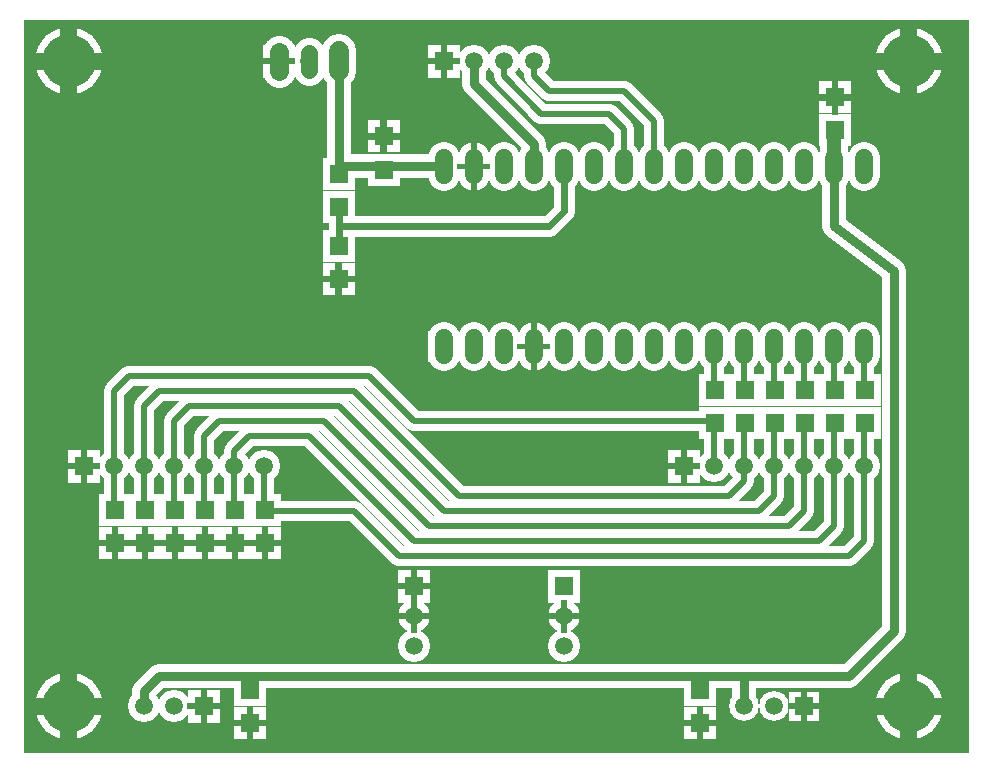
<source format=gbr>
%FSLAX34Y34*%
%MOMM*%
%LNCOPPER_TOP*%
G71*
G01*
%ADD10C, 2.720*%
%ADD11C, 2.520*%
%ADD12C, 1.700*%
%ADD13C, 2.600*%
%ADD14C, 2.700*%
%ADD15R, 2.800X2.800*%
%ADD16C, 2.000*%
%ADD17C, 2.900*%
%ADD18C, 2.600*%
%ADD19C, 2.800*%
%ADD20C, 5.700*%
%ADD21C, 2.400*%
%ADD22C, 1.800*%
%ADD23C, 0.507*%
%ADD24C, 0.500*%
%ADD25C, 0.533*%
%ADD26C, 1.500*%
%ADD27C, 1.520*%
%ADD28C, 1.400*%
%ADD29R, 1.600X1.600*%
%ADD30C, 0.800*%
%ADD31C, 1.400*%
%ADD32C, 1.600*%
%ADD33C, 4.500*%
%ADD34C, 1.200*%
%ADD35C, 0.600*%
%LPD*%
G36*
X0Y1000000D02*
X800000Y1000000D01*
X800000Y380000D01*
X0Y380000D01*
X0Y1000000D01*
G37*
%LPC*%
G36*
X342000Y978800D02*
X369200Y978800D01*
X369200Y951600D01*
X342000Y951600D01*
X342000Y978800D01*
G37*
X381000Y965200D02*
G54D10*
D03*
X406400Y965200D02*
G54D10*
D03*
X431800Y965200D02*
G54D10*
D03*
G36*
X37200Y635900D02*
X64400Y635900D01*
X64400Y608700D01*
X37200Y608700D01*
X37200Y635900D01*
G37*
X76200Y622300D02*
G54D10*
D03*
X101600Y622300D02*
G54D10*
D03*
X127000Y622300D02*
G54D10*
D03*
X152400Y622300D02*
G54D10*
D03*
X177800Y622300D02*
G54D10*
D03*
X203200Y622300D02*
G54D10*
D03*
G36*
X545200Y635900D02*
X572400Y635900D01*
X572400Y608700D01*
X545200Y608700D01*
X545200Y635900D01*
G37*
X584200Y622300D02*
G54D10*
D03*
X609600Y622300D02*
G54D10*
D03*
X635000Y622300D02*
G54D10*
D03*
X660400Y622300D02*
G54D10*
D03*
X685800Y622300D02*
G54D10*
D03*
X711200Y622300D02*
G54D10*
D03*
G36*
X673000Y406500D02*
X647800Y406500D01*
X647800Y431700D01*
X673000Y431700D01*
X673000Y406500D01*
G37*
X635000Y419100D02*
G54D11*
D03*
X609600Y419100D02*
G54D11*
D03*
G36*
X166000Y405500D02*
X138800Y405500D01*
X138800Y432700D01*
X166000Y432700D01*
X166000Y405500D01*
G37*
X127000Y419100D02*
G54D10*
D03*
X101600Y419100D02*
G54D10*
D03*
G54D12*
X203200Y584200D02*
X279400Y584200D01*
X317500Y546100D01*
X698500Y546100D01*
X711200Y558800D01*
X711200Y622300D01*
G54D12*
X685800Y622300D02*
X685800Y571500D01*
X673100Y558800D01*
X330200Y558800D01*
X241300Y647700D01*
X190500Y647700D01*
X177800Y635000D01*
X177800Y622300D01*
G54D12*
X152400Y622300D02*
X152400Y647700D01*
X165100Y660400D01*
X254000Y660400D01*
X342900Y571500D01*
X647700Y571500D01*
X660400Y584200D01*
X660400Y622300D01*
G54D12*
X127000Y622300D02*
X127000Y660400D01*
X139700Y673100D01*
X266700Y673100D01*
X355600Y584200D01*
X622300Y584200D01*
X635000Y596900D01*
X635000Y622300D01*
G54D12*
X101600Y622300D02*
X101600Y673100D01*
X114300Y685800D01*
X279400Y685800D01*
X368300Y596900D01*
X596900Y596900D01*
X609600Y609600D01*
X609600Y622300D01*
G54D12*
X76200Y622300D02*
X76200Y685800D01*
X88900Y698500D01*
X292100Y698500D01*
X330200Y660400D01*
X584200Y660400D01*
G36*
X342600Y736900D02*
X368600Y736900D01*
X368600Y710900D01*
X342600Y710900D01*
X342600Y736900D01*
G37*
X381000Y723900D02*
G54D13*
D03*
X406400Y723900D02*
G54D13*
D03*
X431800Y723900D02*
G54D13*
D03*
X457200Y723900D02*
G54D13*
D03*
X482600Y723900D02*
G54D13*
D03*
X508000Y723900D02*
G54D13*
D03*
X533400Y723900D02*
G54D13*
D03*
X558800Y723900D02*
G54D13*
D03*
X584200Y723900D02*
G54D13*
D03*
X609600Y723900D02*
G54D13*
D03*
X635000Y723900D02*
G54D13*
D03*
X660400Y723900D02*
G54D13*
D03*
X685800Y723900D02*
G54D13*
D03*
X711200Y723900D02*
G54D13*
D03*
X711200Y876300D02*
G54D13*
D03*
X685800Y876300D02*
G54D13*
D03*
X660400Y876300D02*
G54D13*
D03*
X635000Y876300D02*
G54D13*
D03*
X609600Y876300D02*
G54D13*
D03*
X584200Y876300D02*
G54D13*
D03*
X558800Y876300D02*
G54D13*
D03*
X533400Y876300D02*
G54D13*
D03*
X508000Y876300D02*
G54D13*
D03*
X482600Y876300D02*
G54D13*
D03*
X457200Y876300D02*
G54D13*
D03*
X431800Y876300D02*
G54D13*
D03*
X406400Y876300D02*
G54D13*
D03*
X381000Y876300D02*
G54D13*
D03*
X355600Y876300D02*
G54D13*
D03*
G54D14*
X355600Y883800D02*
X355600Y868800D01*
G54D14*
X381000Y883800D02*
X381000Y868800D01*
G54D14*
X406400Y883800D02*
X406400Y868800D01*
G54D14*
X431800Y883800D02*
X431800Y868800D01*
G54D14*
X457200Y883800D02*
X457200Y868800D01*
G54D14*
X482600Y883800D02*
X482600Y868800D01*
G54D14*
X508000Y883800D02*
X508000Y868800D01*
G54D14*
X533400Y883800D02*
X533400Y868800D01*
G54D14*
X558800Y883800D02*
X558800Y868800D01*
G54D14*
X584200Y883800D02*
X584200Y868800D01*
G54D14*
X609600Y883800D02*
X609600Y868800D01*
G54D14*
X635000Y883800D02*
X635000Y868800D01*
G54D14*
X660400Y883800D02*
X660400Y868800D01*
G54D14*
X685800Y883800D02*
X685800Y868800D01*
G54D14*
X711200Y883800D02*
X711200Y868800D01*
G54D14*
X711200Y731400D02*
X711200Y716400D01*
G54D14*
X685800Y731400D02*
X685800Y716400D01*
G54D14*
X660400Y731400D02*
X660400Y716400D01*
G54D14*
X635000Y731400D02*
X635000Y716400D01*
G54D14*
X609600Y731400D02*
X609600Y716400D01*
G54D14*
X584200Y731400D02*
X584200Y716400D01*
G54D14*
X558800Y731400D02*
X558800Y716400D01*
G54D14*
X533400Y731400D02*
X533400Y716400D01*
G54D14*
X508000Y731400D02*
X508000Y716400D01*
G54D14*
X482600Y731400D02*
X482600Y716400D01*
G54D14*
X457200Y731400D02*
X457200Y716400D01*
G54D14*
X431800Y731400D02*
X431800Y716400D01*
G54D14*
X406400Y731400D02*
X406400Y716400D01*
G54D14*
X381000Y731400D02*
X381000Y716400D01*
G54D14*
X355600Y731400D02*
X355600Y716400D01*
X585500Y687100D02*
G54D15*
D03*
X585500Y659100D02*
G54D15*
D03*
X610900Y687100D02*
G54D15*
D03*
X610900Y659100D02*
G54D15*
D03*
X636300Y687100D02*
G54D15*
D03*
X636300Y659100D02*
G54D15*
D03*
X661700Y687100D02*
G54D15*
D03*
X661700Y659100D02*
G54D15*
D03*
X687100Y687100D02*
G54D15*
D03*
X687100Y659100D02*
G54D15*
D03*
X712500Y687100D02*
G54D15*
D03*
X712500Y659100D02*
G54D15*
D03*
X77500Y585500D02*
G54D15*
D03*
X77500Y557500D02*
G54D15*
D03*
X102900Y585500D02*
G54D15*
D03*
X102900Y557500D02*
G54D15*
D03*
X128300Y585500D02*
G54D15*
D03*
X128300Y557500D02*
G54D15*
D03*
X153700Y585500D02*
G54D15*
D03*
X153700Y557500D02*
G54D15*
D03*
X179100Y585500D02*
G54D15*
D03*
X179100Y557500D02*
G54D15*
D03*
X204500Y585500D02*
G54D15*
D03*
X204500Y557500D02*
G54D15*
D03*
G54D12*
X711200Y622300D02*
X711200Y660400D01*
G54D12*
X685800Y622300D02*
X685800Y660400D01*
G54D12*
X660400Y622300D02*
X660400Y660400D01*
G54D12*
X635000Y622300D02*
X635000Y660400D01*
G54D12*
X609600Y622300D02*
X609600Y660400D01*
G54D12*
X584200Y622300D02*
X584200Y660400D01*
G54D12*
X584200Y685800D02*
X584200Y723900D01*
G54D12*
X609600Y685800D02*
X609600Y723900D01*
G54D12*
X635000Y685800D02*
X635000Y723900D01*
G54D12*
X660400Y685800D02*
X660400Y723900D01*
G54D12*
X685800Y685800D02*
X685800Y723900D01*
G54D12*
X711200Y685800D02*
X711200Y723900D01*
G54D12*
X76200Y622300D02*
X76200Y584200D01*
G54D12*
X101600Y622300D02*
X101600Y584200D01*
G54D12*
X127000Y622300D02*
X127000Y584200D01*
G54D12*
X152400Y622300D02*
X152400Y584200D01*
G54D12*
X177800Y622300D02*
X177800Y584200D01*
G54D12*
X203200Y622300D02*
X203200Y584200D01*
G36*
X343800Y534300D02*
X343800Y507100D01*
X316600Y507100D01*
X316600Y534300D01*
X343800Y534300D01*
G37*
X330200Y495300D02*
G54D10*
D03*
X330200Y469900D02*
G54D10*
D03*
G36*
X470800Y534300D02*
X470800Y507100D01*
X443600Y507100D01*
X443600Y534300D01*
X470800Y534300D01*
G37*
X457200Y495300D02*
G54D10*
D03*
X457200Y469900D02*
G54D10*
D03*
G54D16*
X685800Y876300D02*
X685800Y825500D01*
X736600Y787400D01*
X736600Y482600D01*
X698500Y444500D01*
X114300Y444500D01*
X101600Y431800D01*
X101600Y419100D01*
G54D16*
X381000Y965200D02*
X381000Y946150D01*
X431800Y895350D01*
X431800Y876300D01*
G54D12*
X406400Y965200D02*
X406400Y952500D01*
X438150Y920750D01*
X495300Y920750D01*
X508000Y908050D01*
X508000Y876300D01*
G54D12*
X431800Y965200D02*
X431800Y952500D01*
X444500Y939800D01*
X508000Y939800D01*
X533400Y914400D01*
X533400Y876300D01*
G36*
X202300Y978800D02*
X229500Y978800D01*
X229500Y951600D01*
X202300Y951600D01*
X202300Y978800D01*
G37*
X241300Y965200D02*
G54D10*
D03*
X266700Y965200D02*
G54D10*
D03*
G54D16*
X355600Y876300D02*
X266700Y876300D01*
X266700Y952500D01*
G54D17*
X266700Y973700D02*
X266700Y956700D01*
G54D18*
X241300Y972200D02*
X241300Y958200D01*
G54D19*
X215900Y973200D02*
X215900Y957200D01*
X38100Y419100D02*
G54D20*
D03*
X749300Y419100D02*
G54D20*
D03*
X749300Y965200D02*
G54D20*
D03*
X38100Y965200D02*
G54D20*
D03*
G54D16*
X609600Y419100D02*
X609600Y444500D01*
X191800Y405100D02*
G54D15*
D03*
X191800Y433100D02*
G54D15*
D03*
X304800Y901700D02*
G54D15*
D03*
X304800Y873700D02*
G54D15*
D03*
X572800Y405100D02*
G54D15*
D03*
X572800Y433100D02*
G54D15*
D03*
X687100Y934750D02*
G54D15*
D03*
X687100Y906750D02*
G54D15*
D03*
G54D21*
X685800Y876300D02*
X685800Y908050D01*
X266700Y781050D02*
G54D15*
D03*
X266700Y809050D02*
G54D15*
D03*
X266700Y869950D02*
G54D15*
D03*
X266700Y841950D02*
G54D15*
D03*
G54D22*
X457200Y876300D02*
X457200Y838200D01*
X444500Y825500D01*
X266700Y825500D01*
G54D22*
X266700Y812800D02*
X266700Y838200D01*
%LPD*%
G54D23*
G36*
X353067Y965200D02*
X353067Y979300D01*
X358133Y979300D01*
X358133Y965200D01*
X353067Y965200D01*
G37*
G36*
X355600Y967733D02*
X369700Y967733D01*
X369700Y962667D01*
X355600Y962667D01*
X355600Y967733D01*
G37*
G36*
X358133Y965200D02*
X358133Y951100D01*
X353067Y951100D01*
X353067Y965200D01*
X358133Y965200D01*
G37*
G36*
X355600Y962667D02*
X341500Y962667D01*
X341500Y967733D01*
X355600Y967733D01*
X355600Y962667D01*
G37*
G54D23*
G36*
X48267Y622300D02*
X48267Y636400D01*
X53333Y636400D01*
X53333Y622300D01*
X48267Y622300D01*
G37*
G36*
X50800Y624833D02*
X64900Y624833D01*
X64900Y619767D01*
X50800Y619767D01*
X50800Y624833D01*
G37*
G36*
X53333Y622300D02*
X53333Y608200D01*
X48267Y608200D01*
X48267Y622300D01*
X53333Y622300D01*
G37*
G36*
X50800Y619767D02*
X36700Y619767D01*
X36700Y624833D01*
X50800Y624833D01*
X50800Y619767D01*
G37*
G54D23*
G36*
X556267Y622300D02*
X556267Y636400D01*
X561333Y636400D01*
X561333Y622300D01*
X556267Y622300D01*
G37*
G36*
X558800Y624833D02*
X572900Y624833D01*
X572900Y619767D01*
X558800Y619767D01*
X558800Y624833D01*
G37*
G36*
X561333Y622300D02*
X561333Y608200D01*
X556267Y608200D01*
X556267Y622300D01*
X561333Y622300D01*
G37*
G36*
X558800Y619767D02*
X544700Y619767D01*
X544700Y624833D01*
X558800Y624833D01*
X558800Y619767D01*
G37*
G54D23*
G36*
X662933Y419100D02*
X662933Y406000D01*
X657867Y406000D01*
X657867Y419100D01*
X662933Y419100D01*
G37*
G36*
X660400Y416567D02*
X647300Y416567D01*
X647300Y421633D01*
X660400Y421633D01*
X660400Y416567D01*
G37*
G36*
X657867Y419100D02*
X657867Y432200D01*
X662933Y432200D01*
X662933Y419100D01*
X657867Y419100D01*
G37*
G36*
X660400Y421633D02*
X673500Y421633D01*
X673500Y416567D01*
X660400Y416567D01*
X660400Y421633D01*
G37*
G54D23*
G36*
X154933Y419100D02*
X154933Y405000D01*
X149867Y405000D01*
X149867Y419100D01*
X154933Y419100D01*
G37*
G36*
X152400Y416567D02*
X138300Y416567D01*
X138300Y421633D01*
X152400Y421633D01*
X152400Y416567D01*
G37*
G36*
X149867Y419100D02*
X149867Y433200D01*
X154933Y433200D01*
X154933Y419100D01*
X149867Y419100D01*
G37*
G36*
X152400Y421633D02*
X166500Y421633D01*
X166500Y416567D01*
X152400Y416567D01*
X152400Y421633D01*
G37*
G54D24*
G36*
X378500Y876300D02*
X378500Y897800D01*
X383500Y897800D01*
X383500Y876300D01*
X378500Y876300D01*
G37*
G36*
X381000Y878800D02*
X395000Y878800D01*
X395000Y873800D01*
X381000Y873800D01*
X381000Y878800D01*
G37*
G36*
X383500Y876300D02*
X383500Y854800D01*
X378500Y854800D01*
X378500Y876300D01*
X383500Y876300D01*
G37*
G36*
X381000Y873800D02*
X367000Y873800D01*
X367000Y878800D01*
X381000Y878800D01*
X381000Y873800D01*
G37*
G54D24*
G36*
X429300Y723900D02*
X429300Y745400D01*
X434300Y745400D01*
X434300Y723900D01*
X429300Y723900D01*
G37*
G36*
X431800Y726400D02*
X445800Y726400D01*
X445800Y721400D01*
X431800Y721400D01*
X431800Y726400D01*
G37*
G36*
X434300Y723900D02*
X434300Y702400D01*
X429300Y702400D01*
X429300Y723900D01*
X434300Y723900D01*
G37*
G36*
X431800Y721400D02*
X417800Y721400D01*
X417800Y726400D01*
X431800Y726400D01*
X431800Y721400D01*
G37*
G54D25*
G36*
X77500Y560166D02*
X92000Y560166D01*
X92000Y554834D01*
X77500Y554834D01*
X77500Y560166D01*
G37*
G36*
X80166Y557500D02*
X80166Y543000D01*
X74834Y543000D01*
X74834Y557500D01*
X80166Y557500D01*
G37*
G36*
X77500Y554834D02*
X63000Y554834D01*
X63000Y560166D01*
X77500Y560166D01*
X77500Y554834D01*
G37*
G36*
X74834Y557500D02*
X74834Y572000D01*
X80166Y572000D01*
X80166Y557500D01*
X74834Y557500D01*
G37*
G54D25*
G36*
X102900Y560166D02*
X117400Y560166D01*
X117400Y554834D01*
X102900Y554834D01*
X102900Y560166D01*
G37*
G36*
X105566Y557500D02*
X105566Y543000D01*
X100234Y543000D01*
X100234Y557500D01*
X105566Y557500D01*
G37*
G36*
X102900Y554834D02*
X88400Y554834D01*
X88400Y560166D01*
X102900Y560166D01*
X102900Y554834D01*
G37*
G36*
X100234Y557500D02*
X100234Y572000D01*
X105566Y572000D01*
X105566Y557500D01*
X100234Y557500D01*
G37*
G54D25*
G36*
X128300Y560166D02*
X142800Y560166D01*
X142800Y554834D01*
X128300Y554834D01*
X128300Y560166D01*
G37*
G36*
X130966Y557500D02*
X130966Y543000D01*
X125634Y543000D01*
X125634Y557500D01*
X130966Y557500D01*
G37*
G36*
X128300Y554834D02*
X113800Y554834D01*
X113800Y560166D01*
X128300Y560166D01*
X128300Y554834D01*
G37*
G36*
X125634Y557500D02*
X125634Y572000D01*
X130966Y572000D01*
X130966Y557500D01*
X125634Y557500D01*
G37*
G54D25*
G36*
X153700Y560166D02*
X168200Y560166D01*
X168200Y554834D01*
X153700Y554834D01*
X153700Y560166D01*
G37*
G36*
X156366Y557500D02*
X156366Y543000D01*
X151034Y543000D01*
X151034Y557500D01*
X156366Y557500D01*
G37*
G36*
X153700Y554834D02*
X139200Y554834D01*
X139200Y560166D01*
X153700Y560166D01*
X153700Y554834D01*
G37*
G36*
X151034Y557500D02*
X151034Y572000D01*
X156366Y572000D01*
X156366Y557500D01*
X151034Y557500D01*
G37*
G54D25*
G36*
X179100Y560166D02*
X193600Y560166D01*
X193600Y554834D01*
X179100Y554834D01*
X179100Y560166D01*
G37*
G36*
X181766Y557500D02*
X181766Y543000D01*
X176434Y543000D01*
X176434Y557500D01*
X181766Y557500D01*
G37*
G36*
X179100Y554834D02*
X164600Y554834D01*
X164600Y560166D01*
X179100Y560166D01*
X179100Y554834D01*
G37*
G36*
X176434Y557500D02*
X176434Y572000D01*
X181766Y572000D01*
X181766Y557500D01*
X176434Y557500D01*
G37*
G54D25*
G36*
X204500Y560166D02*
X219000Y560166D01*
X219000Y554834D01*
X204500Y554834D01*
X204500Y560166D01*
G37*
G36*
X207166Y557500D02*
X207166Y543000D01*
X201834Y543000D01*
X201834Y557500D01*
X207166Y557500D01*
G37*
G36*
X204500Y554834D02*
X190000Y554834D01*
X190000Y560166D01*
X204500Y560166D01*
X204500Y554834D01*
G37*
G36*
X201834Y557500D02*
X201834Y572000D01*
X207166Y572000D01*
X207166Y557500D01*
X201834Y557500D01*
G37*
G54D23*
G36*
X330200Y523233D02*
X344300Y523233D01*
X344300Y518167D01*
X330200Y518167D01*
X330200Y523233D01*
G37*
G36*
X332733Y520700D02*
X332733Y506600D01*
X327667Y506600D01*
X327667Y520700D01*
X332733Y520700D01*
G37*
G36*
X330200Y518167D02*
X316100Y518167D01*
X316100Y523233D01*
X330200Y523233D01*
X330200Y518167D01*
G37*
G36*
X327667Y520700D02*
X327667Y534800D01*
X332733Y534800D01*
X332733Y520700D01*
X327667Y520700D01*
G37*
G54D23*
G36*
X330200Y497833D02*
X344300Y497833D01*
X344300Y492767D01*
X330200Y492767D01*
X330200Y497833D01*
G37*
G36*
X332733Y495300D02*
X332733Y481200D01*
X327667Y481200D01*
X327667Y495300D01*
X332733Y495300D01*
G37*
G36*
X330200Y492767D02*
X316100Y492767D01*
X316100Y497833D01*
X330200Y497833D01*
X330200Y492767D01*
G37*
G36*
X327667Y495300D02*
X327667Y509400D01*
X332733Y509400D01*
X332733Y495300D01*
X327667Y495300D01*
G37*
G54D23*
G36*
X457200Y497833D02*
X471300Y497833D01*
X471300Y492767D01*
X457200Y492767D01*
X457200Y497833D01*
G37*
G36*
X459733Y495300D02*
X459733Y481200D01*
X454667Y481200D01*
X454667Y495300D01*
X459733Y495300D01*
G37*
G36*
X457200Y492767D02*
X443100Y492767D01*
X443100Y497833D01*
X457200Y497833D01*
X457200Y492767D01*
G37*
G36*
X454667Y495300D02*
X454667Y509400D01*
X459733Y509400D01*
X459733Y495300D01*
X454667Y495300D01*
G37*
G54D23*
G36*
X213367Y965200D02*
X213367Y979300D01*
X218433Y979300D01*
X218433Y965200D01*
X213367Y965200D01*
G37*
G36*
X215900Y967733D02*
X230000Y967733D01*
X230000Y962667D01*
X215900Y962667D01*
X215900Y967733D01*
G37*
G36*
X218433Y965200D02*
X218433Y951100D01*
X213367Y951100D01*
X213367Y965200D01*
X218433Y965200D01*
G37*
G36*
X215900Y962667D02*
X201800Y962667D01*
X201800Y967733D01*
X215900Y967733D01*
X215900Y962667D01*
G37*
G54D26*
G36*
X30600Y419100D02*
X30600Y448100D01*
X45600Y448100D01*
X45600Y419100D01*
X30600Y419100D01*
G37*
G36*
X38100Y426600D02*
X67100Y426600D01*
X67100Y411600D01*
X38100Y411600D01*
X38100Y426600D01*
G37*
G36*
X45600Y419100D02*
X45600Y390100D01*
X30600Y390100D01*
X30600Y419100D01*
X45600Y419100D01*
G37*
G36*
X38100Y411600D02*
X9100Y411600D01*
X9100Y426600D01*
X38100Y426600D01*
X38100Y411600D01*
G37*
G54D26*
G36*
X741800Y419100D02*
X741800Y448100D01*
X756800Y448100D01*
X756800Y419100D01*
X741800Y419100D01*
G37*
G36*
X749300Y426600D02*
X778300Y426600D01*
X778300Y411600D01*
X749300Y411600D01*
X749300Y426600D01*
G37*
G36*
X756800Y419100D02*
X756800Y390100D01*
X741800Y390100D01*
X741800Y419100D01*
X756800Y419100D01*
G37*
G36*
X749300Y411600D02*
X720300Y411600D01*
X720300Y426600D01*
X749300Y426600D01*
X749300Y411600D01*
G37*
G54D26*
G36*
X741800Y965200D02*
X741800Y994200D01*
X756800Y994200D01*
X756800Y965200D01*
X741800Y965200D01*
G37*
G36*
X749300Y972700D02*
X778300Y972700D01*
X778300Y957700D01*
X749300Y957700D01*
X749300Y972700D01*
G37*
G36*
X756800Y965200D02*
X756800Y936200D01*
X741800Y936200D01*
X741800Y965200D01*
X756800Y965200D01*
G37*
G36*
X749300Y957700D02*
X720300Y957700D01*
X720300Y972700D01*
X749300Y972700D01*
X749300Y957700D01*
G37*
G54D26*
G36*
X30600Y965200D02*
X30600Y994200D01*
X45600Y994200D01*
X45600Y965200D01*
X30600Y965200D01*
G37*
G36*
X38100Y972700D02*
X67100Y972700D01*
X67100Y957700D01*
X38100Y957700D01*
X38100Y972700D01*
G37*
G36*
X45600Y965200D02*
X45600Y936200D01*
X30600Y936200D01*
X30600Y965200D01*
X45600Y965200D01*
G37*
G36*
X38100Y957700D02*
X9100Y957700D01*
X9100Y972700D01*
X38100Y972700D01*
X38100Y957700D01*
G37*
G54D25*
G36*
X191800Y402434D02*
X177300Y402433D01*
X177300Y407766D01*
X191800Y407766D01*
X191800Y402434D01*
G37*
G36*
X189134Y405100D02*
X189133Y419600D01*
X194466Y419600D01*
X194466Y405100D01*
X189134Y405100D01*
G37*
G36*
X191800Y407766D02*
X206300Y407767D01*
X206300Y402434D01*
X191800Y402434D01*
X191800Y407766D01*
G37*
G36*
X194466Y405100D02*
X194467Y390600D01*
X189134Y390600D01*
X189134Y405100D01*
X194466Y405100D01*
G37*
G54D25*
G36*
X304800Y904366D02*
X319300Y904366D01*
X319300Y899034D01*
X304800Y899034D01*
X304800Y904366D01*
G37*
G36*
X307466Y901700D02*
X307466Y887200D01*
X302134Y887200D01*
X302134Y901700D01*
X307466Y901700D01*
G37*
G36*
X304800Y899034D02*
X290300Y899034D01*
X290300Y904366D01*
X304800Y904366D01*
X304800Y899034D01*
G37*
G36*
X302134Y901700D02*
X302134Y916200D01*
X307466Y916200D01*
X307466Y901700D01*
X302134Y901700D01*
G37*
G54D25*
G36*
X572800Y402434D02*
X558300Y402434D01*
X558300Y407766D01*
X572800Y407766D01*
X572800Y402434D01*
G37*
G36*
X570134Y405100D02*
X570134Y419600D01*
X575466Y419600D01*
X575466Y405100D01*
X570134Y405100D01*
G37*
G36*
X572800Y407766D02*
X587300Y407766D01*
X587300Y402434D01*
X572800Y402434D01*
X572800Y407766D01*
G37*
G36*
X575466Y405100D02*
X575466Y390600D01*
X570134Y390600D01*
X570134Y405100D01*
X575466Y405100D01*
G37*
G54D25*
G36*
X687100Y937416D02*
X701600Y937416D01*
X701600Y932084D01*
X687100Y932084D01*
X687100Y937416D01*
G37*
G36*
X689766Y934750D02*
X689766Y920250D01*
X684434Y920250D01*
X684434Y934750D01*
X689766Y934750D01*
G37*
G36*
X687100Y932084D02*
X672600Y932084D01*
X672600Y937416D01*
X687100Y937416D01*
X687100Y932084D01*
G37*
G36*
X684434Y934750D02*
X684434Y949250D01*
X689766Y949250D01*
X689766Y934750D01*
X684434Y934750D01*
G37*
G54D25*
G36*
X266700Y778384D02*
X252200Y778384D01*
X252200Y783717D01*
X266700Y783716D01*
X266700Y778384D01*
G37*
G36*
X264034Y781050D02*
X264034Y795550D01*
X269367Y795550D01*
X269366Y781050D01*
X264034Y781050D01*
G37*
G36*
X266700Y783716D02*
X281200Y783716D01*
X281200Y778383D01*
X266700Y778384D01*
X266700Y783716D01*
G37*
G36*
X269366Y781050D02*
X269366Y766550D01*
X264033Y766550D01*
X264034Y781050D01*
X269366Y781050D01*
G37*
G36*
X348000Y972800D02*
X363200Y972800D01*
X363200Y957600D01*
X348000Y957600D01*
X348000Y972800D01*
G37*
X381000Y965200D02*
G54D27*
D03*
X406400Y965200D02*
G54D27*
D03*
X431800Y965200D02*
G54D27*
D03*
G36*
X43200Y629900D02*
X58400Y629900D01*
X58400Y614700D01*
X43200Y614700D01*
X43200Y629900D01*
G37*
X76200Y622300D02*
G54D27*
D03*
X101600Y622300D02*
G54D27*
D03*
X127000Y622300D02*
G54D27*
D03*
X152400Y622300D02*
G54D27*
D03*
X177800Y622300D02*
G54D27*
D03*
X203200Y622300D02*
G54D27*
D03*
G36*
X551200Y629900D02*
X566400Y629900D01*
X566400Y614700D01*
X551200Y614700D01*
X551200Y629900D01*
G37*
X584200Y622300D02*
G54D27*
D03*
X609600Y622300D02*
G54D27*
D03*
X635000Y622300D02*
G54D27*
D03*
X660400Y622300D02*
G54D27*
D03*
X685800Y622300D02*
G54D27*
D03*
X711200Y622300D02*
G54D27*
D03*
G36*
X668000Y411500D02*
X652800Y411500D01*
X652800Y426700D01*
X668000Y426700D01*
X668000Y411500D01*
G37*
X635000Y419100D02*
G54D27*
D03*
X609600Y419100D02*
G54D27*
D03*
G36*
X160000Y411500D02*
X144800Y411500D01*
X144800Y426700D01*
X160000Y426700D01*
X160000Y411500D01*
G37*
X127000Y419100D02*
G54D27*
D03*
X101600Y419100D02*
G54D27*
D03*
G54D24*
X203200Y584200D02*
X279400Y584200D01*
X317500Y546100D01*
X698500Y546100D01*
X711200Y558800D01*
X711200Y622300D01*
G54D24*
X685800Y622300D02*
X685800Y571500D01*
X673100Y558800D01*
X330200Y558800D01*
X241300Y647700D01*
X190500Y647700D01*
X177800Y635000D01*
X177800Y622300D01*
G54D24*
X152400Y622300D02*
X152400Y647700D01*
X165100Y660400D01*
X254000Y660400D01*
X342900Y571500D01*
X647700Y571500D01*
X660400Y584200D01*
X660400Y622300D01*
G54D24*
X127000Y622300D02*
X127000Y660400D01*
X139700Y673100D01*
X266700Y673100D01*
X355600Y584200D01*
X622300Y584200D01*
X635000Y596900D01*
X635000Y622300D01*
G54D24*
X101600Y622300D02*
X101600Y673100D01*
X114300Y685800D01*
X279400Y685800D01*
X368300Y596900D01*
X596900Y596900D01*
X609600Y609600D01*
X609600Y622300D01*
G54D24*
X76200Y622300D02*
X76200Y685800D01*
X88900Y698500D01*
X292100Y698500D01*
X330200Y660400D01*
X584200Y660400D01*
G36*
X348600Y730900D02*
X362600Y730900D01*
X362600Y716900D01*
X348600Y716900D01*
X348600Y730900D01*
G37*
X381000Y723900D02*
G54D28*
D03*
X406400Y723900D02*
G54D28*
D03*
X431800Y723900D02*
G54D28*
D03*
X457200Y723900D02*
G54D28*
D03*
X482600Y723900D02*
G54D28*
D03*
X508000Y723900D02*
G54D28*
D03*
X533400Y723900D02*
G54D28*
D03*
X558800Y723900D02*
G54D28*
D03*
X584200Y723900D02*
G54D28*
D03*
X609600Y723900D02*
G54D28*
D03*
X635000Y723900D02*
G54D28*
D03*
X660400Y723900D02*
G54D28*
D03*
X685800Y723900D02*
G54D28*
D03*
X711200Y723900D02*
G54D28*
D03*
X711200Y876300D02*
G54D28*
D03*
X685800Y876300D02*
G54D28*
D03*
X660400Y876300D02*
G54D28*
D03*
X635000Y876300D02*
G54D28*
D03*
X609600Y876300D02*
G54D28*
D03*
X584200Y876300D02*
G54D28*
D03*
X558800Y876300D02*
G54D28*
D03*
X533400Y876300D02*
G54D28*
D03*
X508000Y876300D02*
G54D28*
D03*
X482600Y876300D02*
G54D28*
D03*
X457200Y876300D02*
G54D28*
D03*
X431800Y876300D02*
G54D28*
D03*
X406400Y876300D02*
G54D28*
D03*
X381000Y876300D02*
G54D28*
D03*
X355600Y876300D02*
G54D28*
D03*
G54D26*
X355600Y883800D02*
X355600Y868800D01*
G54D26*
X381000Y883800D02*
X381000Y868800D01*
G54D26*
X406400Y883800D02*
X406400Y868800D01*
G54D26*
X431800Y883800D02*
X431800Y868800D01*
G54D26*
X457200Y883800D02*
X457200Y868800D01*
G54D26*
X482600Y883800D02*
X482600Y868800D01*
G54D26*
X508000Y883800D02*
X508000Y868800D01*
G54D26*
X533400Y883800D02*
X533400Y868800D01*
G54D26*
X558800Y883800D02*
X558800Y868800D01*
G54D26*
X584200Y883800D02*
X584200Y868800D01*
G54D26*
X609600Y883800D02*
X609600Y868800D01*
G54D26*
X635000Y883800D02*
X635000Y868800D01*
G54D26*
X660400Y883800D02*
X660400Y868800D01*
G54D26*
X685800Y883800D02*
X685800Y868800D01*
G54D26*
X711200Y883800D02*
X711200Y868800D01*
G54D26*
X711200Y731400D02*
X711200Y716400D01*
G54D26*
X685800Y731400D02*
X685800Y716400D01*
G54D26*
X660400Y731400D02*
X660400Y716400D01*
G54D26*
X635000Y731400D02*
X635000Y716400D01*
G54D26*
X609600Y731400D02*
X609600Y716400D01*
G54D26*
X584200Y731400D02*
X584200Y716400D01*
G54D26*
X558800Y731400D02*
X558800Y716400D01*
G54D26*
X533400Y731400D02*
X533400Y716400D01*
G54D26*
X508000Y731400D02*
X508000Y716400D01*
G54D26*
X482600Y731400D02*
X482600Y716400D01*
G54D26*
X457200Y731400D02*
X457200Y716400D01*
G54D26*
X431800Y731400D02*
X431800Y716400D01*
G54D26*
X406400Y731400D02*
X406400Y716400D01*
G54D26*
X381000Y731400D02*
X381000Y716400D01*
G54D26*
X355600Y731400D02*
X355600Y716400D01*
X585500Y687100D02*
G54D29*
D03*
X585500Y659100D02*
G54D29*
D03*
X610900Y687100D02*
G54D29*
D03*
X610900Y659100D02*
G54D29*
D03*
X636300Y687100D02*
G54D29*
D03*
X636300Y659100D02*
G54D29*
D03*
X661700Y687100D02*
G54D29*
D03*
X661700Y659100D02*
G54D29*
D03*
X687100Y687100D02*
G54D29*
D03*
X687100Y659100D02*
G54D29*
D03*
X712500Y687100D02*
G54D29*
D03*
X712500Y659100D02*
G54D29*
D03*
X77500Y585500D02*
G54D29*
D03*
X77500Y557500D02*
G54D29*
D03*
X102900Y585500D02*
G54D29*
D03*
X102900Y557500D02*
G54D29*
D03*
X128300Y585500D02*
G54D29*
D03*
X128300Y557500D02*
G54D29*
D03*
X153700Y585500D02*
G54D29*
D03*
X153700Y557500D02*
G54D29*
D03*
X179100Y585500D02*
G54D29*
D03*
X179100Y557500D02*
G54D29*
D03*
X204500Y585500D02*
G54D29*
D03*
X204500Y557500D02*
G54D29*
D03*
G54D24*
X711200Y622300D02*
X711200Y660400D01*
G54D24*
X685800Y622300D02*
X685800Y660400D01*
G54D24*
X660400Y622300D02*
X660400Y660400D01*
G54D24*
X635000Y622300D02*
X635000Y660400D01*
G54D24*
X609600Y622300D02*
X609600Y660400D01*
G54D24*
X584200Y622300D02*
X584200Y660400D01*
G54D24*
X584200Y685800D02*
X584200Y723900D01*
G54D24*
X609600Y685800D02*
X609600Y723900D01*
G54D24*
X635000Y685800D02*
X635000Y723900D01*
G54D24*
X660400Y685800D02*
X660400Y723900D01*
G54D24*
X685800Y685800D02*
X685800Y723900D01*
G54D24*
X711200Y685800D02*
X711200Y723900D01*
G54D24*
X76200Y622300D02*
X76200Y584200D01*
G54D24*
X101600Y622300D02*
X101600Y584200D01*
G54D24*
X127000Y622300D02*
X127000Y584200D01*
G54D24*
X152400Y622300D02*
X152400Y584200D01*
G54D24*
X177800Y622300D02*
X177800Y584200D01*
G54D24*
X203200Y622300D02*
X203200Y584200D01*
G36*
X337800Y528300D02*
X337800Y513100D01*
X322600Y513100D01*
X322600Y528300D01*
X337800Y528300D01*
G37*
X330200Y495300D02*
G54D27*
D03*
X330200Y469900D02*
G54D27*
D03*
G36*
X464800Y528300D02*
X464800Y513100D01*
X449600Y513100D01*
X449600Y528300D01*
X464800Y528300D01*
G37*
X457200Y495300D02*
G54D27*
D03*
X457200Y469900D02*
G54D27*
D03*
G54D30*
X685800Y876300D02*
X685800Y825500D01*
X736600Y787400D01*
X736600Y482600D01*
X698500Y444500D01*
X114300Y444500D01*
X101600Y431800D01*
X101600Y419100D01*
G54D30*
X381000Y965200D02*
X381000Y946150D01*
X431800Y895350D01*
X431800Y876300D01*
G54D24*
X406400Y965200D02*
X406400Y952500D01*
X438150Y920750D01*
X495300Y920750D01*
X508000Y908050D01*
X508000Y876300D01*
G54D24*
X431800Y965200D02*
X431800Y952500D01*
X444500Y939800D01*
X508000Y939800D01*
X533400Y914400D01*
X533400Y876300D01*
G36*
X208300Y972800D02*
X223500Y972800D01*
X223500Y957600D01*
X208300Y957600D01*
X208300Y972800D01*
G37*
X241300Y965200D02*
G54D27*
D03*
X266700Y965200D02*
G54D27*
D03*
G54D30*
X355600Y876300D02*
X266700Y876300D01*
X266700Y952500D01*
G54D12*
X266700Y973700D02*
X266700Y956700D01*
G54D31*
X241300Y972200D02*
X241300Y958200D01*
G54D32*
X215900Y973200D02*
X215900Y957200D01*
X38100Y419100D02*
G54D33*
D03*
X749300Y419100D02*
G54D33*
D03*
X749300Y965200D02*
G54D33*
D03*
X38100Y965200D02*
G54D33*
D03*
G54D30*
X609600Y419100D02*
X609600Y444500D01*
X191800Y405100D02*
G54D29*
D03*
X191800Y433100D02*
G54D29*
D03*
X304800Y901700D02*
G54D29*
D03*
X304800Y873700D02*
G54D29*
D03*
X572800Y405100D02*
G54D29*
D03*
X572800Y433100D02*
G54D29*
D03*
X687100Y934750D02*
G54D29*
D03*
X687100Y906750D02*
G54D29*
D03*
G54D34*
X685800Y876300D02*
X685800Y908050D01*
X266700Y781050D02*
G54D29*
D03*
X266700Y809050D02*
G54D29*
D03*
X266700Y869950D02*
G54D29*
D03*
X266700Y841950D02*
G54D29*
D03*
G54D35*
X457200Y876300D02*
X457200Y838200D01*
X444500Y825500D01*
X266700Y825500D01*
G54D35*
X266700Y812800D02*
X266700Y838200D01*
M02*

</source>
